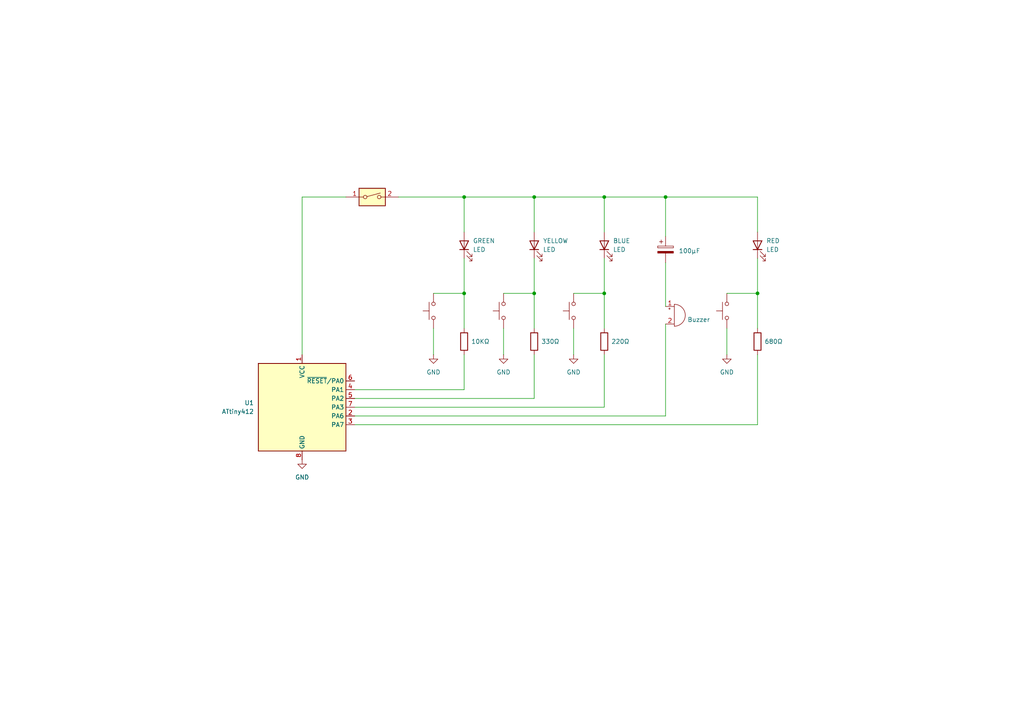
<source format=kicad_sch>
(kicad_sch
	(version 20250114)
	(generator "eeschema")
	(generator_version "9.0")
	(uuid "af2be37f-e8ba-446a-9929-853b9b4c8b13")
	(paper "A4")
	(lib_symbols
		(symbol "Device:Buzzer"
			(pin_names
				(offset 0.0254)
				(hide yes)
			)
			(exclude_from_sim no)
			(in_bom yes)
			(on_board yes)
			(property "Reference" "BZ"
				(at 3.81 1.27 0)
				(effects
					(font
						(size 1.27 1.27)
					)
					(justify left)
				)
			)
			(property "Value" "Buzzer"
				(at 3.81 -1.27 0)
				(effects
					(font
						(size 1.27 1.27)
					)
					(justify left)
				)
			)
			(property "Footprint" ""
				(at -0.635 2.54 90)
				(effects
					(font
						(size 1.27 1.27)
					)
					(hide yes)
				)
			)
			(property "Datasheet" "~"
				(at -0.635 2.54 90)
				(effects
					(font
						(size 1.27 1.27)
					)
					(hide yes)
				)
			)
			(property "Description" "Buzzer, polarized"
				(at 0 0 0)
				(effects
					(font
						(size 1.27 1.27)
					)
					(hide yes)
				)
			)
			(property "ki_keywords" "quartz resonator ceramic"
				(at 0 0 0)
				(effects
					(font
						(size 1.27 1.27)
					)
					(hide yes)
				)
			)
			(property "ki_fp_filters" "*Buzzer*"
				(at 0 0 0)
				(effects
					(font
						(size 1.27 1.27)
					)
					(hide yes)
				)
			)
			(symbol "Buzzer_0_1"
				(polyline
					(pts
						(xy -1.651 1.905) (xy -1.143 1.905)
					)
					(stroke
						(width 0)
						(type default)
					)
					(fill
						(type none)
					)
				)
				(polyline
					(pts
						(xy -1.397 2.159) (xy -1.397 1.651)
					)
					(stroke
						(width 0)
						(type default)
					)
					(fill
						(type none)
					)
				)
				(arc
					(start 0 3.175)
					(mid 3.1612 0)
					(end 0 -3.175)
					(stroke
						(width 0)
						(type default)
					)
					(fill
						(type none)
					)
				)
				(polyline
					(pts
						(xy 0 3.175) (xy 0 -3.175)
					)
					(stroke
						(width 0)
						(type default)
					)
					(fill
						(type none)
					)
				)
			)
			(symbol "Buzzer_1_1"
				(pin passive line
					(at -2.54 2.54 0)
					(length 2.54)
					(name "+"
						(effects
							(font
								(size 1.27 1.27)
							)
						)
					)
					(number "1"
						(effects
							(font
								(size 1.27 1.27)
							)
						)
					)
				)
				(pin passive line
					(at -2.54 -2.54 0)
					(length 2.54)
					(name "-"
						(effects
							(font
								(size 1.27 1.27)
							)
						)
					)
					(number "2"
						(effects
							(font
								(size 1.27 1.27)
							)
						)
					)
				)
			)
			(embedded_fonts no)
		)
		(symbol "Device:C_Polarized"
			(pin_numbers
				(hide yes)
			)
			(pin_names
				(offset 0.254)
			)
			(exclude_from_sim no)
			(in_bom yes)
			(on_board yes)
			(property "Reference" "C"
				(at 0.635 2.54 0)
				(effects
					(font
						(size 1.27 1.27)
					)
					(justify left)
				)
			)
			(property "Value" "C_Polarized"
				(at 0.635 -2.54 0)
				(effects
					(font
						(size 1.27 1.27)
					)
					(justify left)
				)
			)
			(property "Footprint" ""
				(at 0.9652 -3.81 0)
				(effects
					(font
						(size 1.27 1.27)
					)
					(hide yes)
				)
			)
			(property "Datasheet" "~"
				(at 0 0 0)
				(effects
					(font
						(size 1.27 1.27)
					)
					(hide yes)
				)
			)
			(property "Description" "Polarized capacitor"
				(at 0 0 0)
				(effects
					(font
						(size 1.27 1.27)
					)
					(hide yes)
				)
			)
			(property "ki_keywords" "cap capacitor"
				(at 0 0 0)
				(effects
					(font
						(size 1.27 1.27)
					)
					(hide yes)
				)
			)
			(property "ki_fp_filters" "CP_*"
				(at 0 0 0)
				(effects
					(font
						(size 1.27 1.27)
					)
					(hide yes)
				)
			)
			(symbol "C_Polarized_0_1"
				(rectangle
					(start -2.286 0.508)
					(end 2.286 1.016)
					(stroke
						(width 0)
						(type default)
					)
					(fill
						(type none)
					)
				)
				(polyline
					(pts
						(xy -1.778 2.286) (xy -0.762 2.286)
					)
					(stroke
						(width 0)
						(type default)
					)
					(fill
						(type none)
					)
				)
				(polyline
					(pts
						(xy -1.27 2.794) (xy -1.27 1.778)
					)
					(stroke
						(width 0)
						(type default)
					)
					(fill
						(type none)
					)
				)
				(rectangle
					(start 2.286 -0.508)
					(end -2.286 -1.016)
					(stroke
						(width 0)
						(type default)
					)
					(fill
						(type outline)
					)
				)
			)
			(symbol "C_Polarized_1_1"
				(pin passive line
					(at 0 3.81 270)
					(length 2.794)
					(name "~"
						(effects
							(font
								(size 1.27 1.27)
							)
						)
					)
					(number "1"
						(effects
							(font
								(size 1.27 1.27)
							)
						)
					)
				)
				(pin passive line
					(at 0 -3.81 90)
					(length 2.794)
					(name "~"
						(effects
							(font
								(size 1.27 1.27)
							)
						)
					)
					(number "2"
						(effects
							(font
								(size 1.27 1.27)
							)
						)
					)
				)
			)
			(embedded_fonts no)
		)
		(symbol "Device:LED"
			(pin_numbers
				(hide yes)
			)
			(pin_names
				(offset 1.016)
				(hide yes)
			)
			(exclude_from_sim no)
			(in_bom yes)
			(on_board yes)
			(property "Reference" "D"
				(at 0 2.54 0)
				(effects
					(font
						(size 1.27 1.27)
					)
				)
			)
			(property "Value" "LED"
				(at 0 -2.54 0)
				(effects
					(font
						(size 1.27 1.27)
					)
				)
			)
			(property "Footprint" ""
				(at 0 0 0)
				(effects
					(font
						(size 1.27 1.27)
					)
					(hide yes)
				)
			)
			(property "Datasheet" "~"
				(at 0 0 0)
				(effects
					(font
						(size 1.27 1.27)
					)
					(hide yes)
				)
			)
			(property "Description" "Light emitting diode"
				(at 0 0 0)
				(effects
					(font
						(size 1.27 1.27)
					)
					(hide yes)
				)
			)
			(property "Sim.Pins" "1=K 2=A"
				(at 0 0 0)
				(effects
					(font
						(size 1.27 1.27)
					)
					(hide yes)
				)
			)
			(property "ki_keywords" "LED diode"
				(at 0 0 0)
				(effects
					(font
						(size 1.27 1.27)
					)
					(hide yes)
				)
			)
			(property "ki_fp_filters" "LED* LED_SMD:* LED_THT:*"
				(at 0 0 0)
				(effects
					(font
						(size 1.27 1.27)
					)
					(hide yes)
				)
			)
			(symbol "LED_0_1"
				(polyline
					(pts
						(xy -3.048 -0.762) (xy -4.572 -2.286) (xy -3.81 -2.286) (xy -4.572 -2.286) (xy -4.572 -1.524)
					)
					(stroke
						(width 0)
						(type default)
					)
					(fill
						(type none)
					)
				)
				(polyline
					(pts
						(xy -1.778 -0.762) (xy -3.302 -2.286) (xy -2.54 -2.286) (xy -3.302 -2.286) (xy -3.302 -1.524)
					)
					(stroke
						(width 0)
						(type default)
					)
					(fill
						(type none)
					)
				)
				(polyline
					(pts
						(xy -1.27 0) (xy 1.27 0)
					)
					(stroke
						(width 0)
						(type default)
					)
					(fill
						(type none)
					)
				)
				(polyline
					(pts
						(xy -1.27 -1.27) (xy -1.27 1.27)
					)
					(stroke
						(width 0.254)
						(type default)
					)
					(fill
						(type none)
					)
				)
				(polyline
					(pts
						(xy 1.27 -1.27) (xy 1.27 1.27) (xy -1.27 0) (xy 1.27 -1.27)
					)
					(stroke
						(width 0.254)
						(type default)
					)
					(fill
						(type none)
					)
				)
			)
			(symbol "LED_1_1"
				(pin passive line
					(at -3.81 0 0)
					(length 2.54)
					(name "K"
						(effects
							(font
								(size 1.27 1.27)
							)
						)
					)
					(number "1"
						(effects
							(font
								(size 1.27 1.27)
							)
						)
					)
				)
				(pin passive line
					(at 3.81 0 180)
					(length 2.54)
					(name "A"
						(effects
							(font
								(size 1.27 1.27)
							)
						)
					)
					(number "2"
						(effects
							(font
								(size 1.27 1.27)
							)
						)
					)
				)
			)
			(embedded_fonts no)
		)
		(symbol "Device:R"
			(pin_numbers
				(hide yes)
			)
			(pin_names
				(offset 0)
			)
			(exclude_from_sim no)
			(in_bom yes)
			(on_board yes)
			(property "Reference" "R"
				(at 2.032 0 90)
				(effects
					(font
						(size 1.27 1.27)
					)
				)
			)
			(property "Value" "R"
				(at 0 0 90)
				(effects
					(font
						(size 1.27 1.27)
					)
				)
			)
			(property "Footprint" ""
				(at -1.778 0 90)
				(effects
					(font
						(size 1.27 1.27)
					)
					(hide yes)
				)
			)
			(property "Datasheet" "~"
				(at 0 0 0)
				(effects
					(font
						(size 1.27 1.27)
					)
					(hide yes)
				)
			)
			(property "Description" "Resistor"
				(at 0 0 0)
				(effects
					(font
						(size 1.27 1.27)
					)
					(hide yes)
				)
			)
			(property "ki_keywords" "R res resistor"
				(at 0 0 0)
				(effects
					(font
						(size 1.27 1.27)
					)
					(hide yes)
				)
			)
			(property "ki_fp_filters" "R_*"
				(at 0 0 0)
				(effects
					(font
						(size 1.27 1.27)
					)
					(hide yes)
				)
			)
			(symbol "R_0_1"
				(rectangle
					(start -1.016 -2.54)
					(end 1.016 2.54)
					(stroke
						(width 0.254)
						(type default)
					)
					(fill
						(type none)
					)
				)
			)
			(symbol "R_1_1"
				(pin passive line
					(at 0 3.81 270)
					(length 1.27)
					(name "~"
						(effects
							(font
								(size 1.27 1.27)
							)
						)
					)
					(number "1"
						(effects
							(font
								(size 1.27 1.27)
							)
						)
					)
				)
				(pin passive line
					(at 0 -3.81 90)
					(length 1.27)
					(name "~"
						(effects
							(font
								(size 1.27 1.27)
							)
						)
					)
					(number "2"
						(effects
							(font
								(size 1.27 1.27)
							)
						)
					)
				)
			)
			(embedded_fonts no)
		)
		(symbol "MCU_Microchip_ATtiny:ATtiny412-SS"
			(exclude_from_sim no)
			(in_bom yes)
			(on_board yes)
			(property "Reference" "U"
				(at -12.7 13.97 0)
				(effects
					(font
						(size 1.27 1.27)
					)
					(justify left bottom)
				)
			)
			(property "Value" "ATtiny412-SS"
				(at 2.54 -13.97 0)
				(effects
					(font
						(size 1.27 1.27)
					)
					(justify left top)
				)
			)
			(property "Footprint" "Package_SO:SOIC-8_3.9x4.9mm_P1.27mm"
				(at 0 0 0)
				(effects
					(font
						(size 1.27 1.27)
						(italic yes)
					)
					(hide yes)
				)
			)
			(property "Datasheet" "http://ww1.microchip.com/downloads/en/DeviceDoc/40001911A.pdf"
				(at 0 0 0)
				(effects
					(font
						(size 1.27 1.27)
					)
					(hide yes)
				)
			)
			(property "Description" "20MHz, 4kB Flash, 256B SRAM, 128B EEPROM, SOIC-8"
				(at 0 0 0)
				(effects
					(font
						(size 1.27 1.27)
					)
					(hide yes)
				)
			)
			(property "ki_keywords" "AVR 8bit Microcontroller tinyAVR"
				(at 0 0 0)
				(effects
					(font
						(size 1.27 1.27)
					)
					(hide yes)
				)
			)
			(property "ki_fp_filters" "SOIC*3.9x4.9mm*P1.27mm*"
				(at 0 0 0)
				(effects
					(font
						(size 1.27 1.27)
					)
					(hide yes)
				)
			)
			(symbol "ATtiny412-SS_0_1"
				(rectangle
					(start -12.7 -12.7)
					(end 12.7 12.7)
					(stroke
						(width 0.254)
						(type default)
					)
					(fill
						(type background)
					)
				)
			)
			(symbol "ATtiny412-SS_1_1"
				(pin power_in line
					(at 0 15.24 270)
					(length 2.54)
					(name "VCC"
						(effects
							(font
								(size 1.27 1.27)
							)
						)
					)
					(number "1"
						(effects
							(font
								(size 1.27 1.27)
							)
						)
					)
				)
				(pin power_in line
					(at 0 -15.24 90)
					(length 2.54)
					(name "GND"
						(effects
							(font
								(size 1.27 1.27)
							)
						)
					)
					(number "8"
						(effects
							(font
								(size 1.27 1.27)
							)
						)
					)
				)
				(pin bidirectional line
					(at 15.24 7.62 180)
					(length 2.54)
					(name "~{RESET}/PA0"
						(effects
							(font
								(size 1.27 1.27)
							)
						)
					)
					(number "6"
						(effects
							(font
								(size 1.27 1.27)
							)
						)
					)
				)
				(pin bidirectional line
					(at 15.24 5.08 180)
					(length 2.54)
					(name "PA1"
						(effects
							(font
								(size 1.27 1.27)
							)
						)
					)
					(number "4"
						(effects
							(font
								(size 1.27 1.27)
							)
						)
					)
				)
				(pin bidirectional line
					(at 15.24 2.54 180)
					(length 2.54)
					(name "PA2"
						(effects
							(font
								(size 1.27 1.27)
							)
						)
					)
					(number "5"
						(effects
							(font
								(size 1.27 1.27)
							)
						)
					)
				)
				(pin bidirectional line
					(at 15.24 0 180)
					(length 2.54)
					(name "PA3"
						(effects
							(font
								(size 1.27 1.27)
							)
						)
					)
					(number "7"
						(effects
							(font
								(size 1.27 1.27)
							)
						)
					)
				)
				(pin bidirectional line
					(at 15.24 -2.54 180)
					(length 2.54)
					(name "PA6"
						(effects
							(font
								(size 1.27 1.27)
							)
						)
					)
					(number "2"
						(effects
							(font
								(size 1.27 1.27)
							)
						)
					)
				)
				(pin bidirectional line
					(at 15.24 -5.08 180)
					(length 2.54)
					(name "PA7"
						(effects
							(font
								(size 1.27 1.27)
							)
						)
					)
					(number "3"
						(effects
							(font
								(size 1.27 1.27)
							)
						)
					)
				)
			)
			(embedded_fonts no)
		)
		(symbol "Switch:SW_DIP_x01"
			(pin_names
				(offset 0)
				(hide yes)
			)
			(exclude_from_sim no)
			(in_bom yes)
			(on_board yes)
			(property "Reference" "SW"
				(at 0 3.81 0)
				(effects
					(font
						(size 1.27 1.27)
					)
				)
			)
			(property "Value" "SW_DIP_x01"
				(at 0 -3.81 0)
				(effects
					(font
						(size 1.27 1.27)
					)
				)
			)
			(property "Footprint" ""
				(at 0 0 0)
				(effects
					(font
						(size 1.27 1.27)
					)
					(hide yes)
				)
			)
			(property "Datasheet" "~"
				(at 0 0 0)
				(effects
					(font
						(size 1.27 1.27)
					)
					(hide yes)
				)
			)
			(property "Description" "1x DIP Switch, Single Pole Single Throw (SPST) switch, small symbol"
				(at 0 0 0)
				(effects
					(font
						(size 1.27 1.27)
					)
					(hide yes)
				)
			)
			(property "ki_keywords" "dip switch"
				(at 0 0 0)
				(effects
					(font
						(size 1.27 1.27)
					)
					(hide yes)
				)
			)
			(property "ki_fp_filters" "SW?DIP?x1*"
				(at 0 0 0)
				(effects
					(font
						(size 1.27 1.27)
					)
					(hide yes)
				)
			)
			(symbol "SW_DIP_x01_0_0"
				(circle
					(center -2.032 0)
					(radius 0.508)
					(stroke
						(width 0)
						(type default)
					)
					(fill
						(type none)
					)
				)
				(polyline
					(pts
						(xy -1.524 0.127) (xy 2.3622 1.1684)
					)
					(stroke
						(width 0)
						(type default)
					)
					(fill
						(type none)
					)
				)
				(circle
					(center 2.032 0)
					(radius 0.508)
					(stroke
						(width 0)
						(type default)
					)
					(fill
						(type none)
					)
				)
			)
			(symbol "SW_DIP_x01_0_1"
				(rectangle
					(start -3.81 2.54)
					(end 3.81 -2.54)
					(stroke
						(width 0.254)
						(type default)
					)
					(fill
						(type background)
					)
				)
			)
			(symbol "SW_DIP_x01_1_1"
				(pin passive line
					(at -7.62 0 0)
					(length 5.08)
					(name "~"
						(effects
							(font
								(size 1.27 1.27)
							)
						)
					)
					(number "1"
						(effects
							(font
								(size 1.27 1.27)
							)
						)
					)
				)
				(pin passive line
					(at 7.62 0 180)
					(length 5.08)
					(name "~"
						(effects
							(font
								(size 1.27 1.27)
							)
						)
					)
					(number "2"
						(effects
							(font
								(size 1.27 1.27)
							)
						)
					)
				)
			)
			(embedded_fonts no)
		)
		(symbol "Switch:SW_Push"
			(pin_numbers
				(hide yes)
			)
			(pin_names
				(offset 1.016)
				(hide yes)
			)
			(exclude_from_sim no)
			(in_bom yes)
			(on_board yes)
			(property "Reference" "SW"
				(at 1.27 2.54 0)
				(effects
					(font
						(size 1.27 1.27)
					)
					(justify left)
				)
			)
			(property "Value" "SW_Push"
				(at 0 -1.524 0)
				(effects
					(font
						(size 1.27 1.27)
					)
				)
			)
			(property "Footprint" ""
				(at 0 5.08 0)
				(effects
					(font
						(size 1.27 1.27)
					)
					(hide yes)
				)
			)
			(property "Datasheet" "~"
				(at 0 5.08 0)
				(effects
					(font
						(size 1.27 1.27)
					)
					(hide yes)
				)
			)
			(property "Description" "Push button switch, generic, two pins"
				(at 0 0 0)
				(effects
					(font
						(size 1.27 1.27)
					)
					(hide yes)
				)
			)
			(property "ki_keywords" "switch normally-open pushbutton push-button"
				(at 0 0 0)
				(effects
					(font
						(size 1.27 1.27)
					)
					(hide yes)
				)
			)
			(symbol "SW_Push_0_1"
				(circle
					(center -2.032 0)
					(radius 0.508)
					(stroke
						(width 0)
						(type default)
					)
					(fill
						(type none)
					)
				)
				(polyline
					(pts
						(xy 0 1.27) (xy 0 3.048)
					)
					(stroke
						(width 0)
						(type default)
					)
					(fill
						(type none)
					)
				)
				(circle
					(center 2.032 0)
					(radius 0.508)
					(stroke
						(width 0)
						(type default)
					)
					(fill
						(type none)
					)
				)
				(polyline
					(pts
						(xy 2.54 1.27) (xy -2.54 1.27)
					)
					(stroke
						(width 0)
						(type default)
					)
					(fill
						(type none)
					)
				)
				(pin passive line
					(at -5.08 0 0)
					(length 2.54)
					(name "1"
						(effects
							(font
								(size 1.27 1.27)
							)
						)
					)
					(number "1"
						(effects
							(font
								(size 1.27 1.27)
							)
						)
					)
				)
				(pin passive line
					(at 5.08 0 180)
					(length 2.54)
					(name "2"
						(effects
							(font
								(size 1.27 1.27)
							)
						)
					)
					(number "2"
						(effects
							(font
								(size 1.27 1.27)
							)
						)
					)
				)
			)
			(embedded_fonts no)
		)
		(symbol "power:GND"
			(power)
			(pin_numbers
				(hide yes)
			)
			(pin_names
				(offset 0)
				(hide yes)
			)
			(exclude_from_sim no)
			(in_bom yes)
			(on_board yes)
			(property "Reference" "#PWR"
				(at 0 -6.35 0)
				(effects
					(font
						(size 1.27 1.27)
					)
					(hide yes)
				)
			)
			(property "Value" "GND"
				(at 0 -3.81 0)
				(effects
					(font
						(size 1.27 1.27)
					)
				)
			)
			(property "Footprint" ""
				(at 0 0 0)
				(effects
					(font
						(size 1.27 1.27)
					)
					(hide yes)
				)
			)
			(property "Datasheet" ""
				(at 0 0 0)
				(effects
					(font
						(size 1.27 1.27)
					)
					(hide yes)
				)
			)
			(property "Description" "Power symbol creates a global label with name \"GND\" , ground"
				(at 0 0 0)
				(effects
					(font
						(size 1.27 1.27)
					)
					(hide yes)
				)
			)
			(property "ki_keywords" "global power"
				(at 0 0 0)
				(effects
					(font
						(size 1.27 1.27)
					)
					(hide yes)
				)
			)
			(symbol "GND_0_1"
				(polyline
					(pts
						(xy 0 0) (xy 0 -1.27) (xy 1.27 -1.27) (xy 0 -2.54) (xy -1.27 -1.27) (xy 0 -1.27)
					)
					(stroke
						(width 0)
						(type default)
					)
					(fill
						(type none)
					)
				)
			)
			(symbol "GND_1_1"
				(pin power_in line
					(at 0 0 270)
					(length 0)
					(name "~"
						(effects
							(font
								(size 1.27 1.27)
							)
						)
					)
					(number "1"
						(effects
							(font
								(size 1.27 1.27)
							)
						)
					)
				)
			)
			(embedded_fonts no)
		)
	)
	(junction
		(at 154.94 85.09)
		(diameter 0)
		(color 0 0 0 0)
		(uuid "2793d908-d22a-4c22-a623-38cd2f9a776c")
	)
	(junction
		(at 134.62 57.15)
		(diameter 0)
		(color 0 0 0 0)
		(uuid "52631f76-aa6d-43dc-8e5f-81af412e74dd")
	)
	(junction
		(at 175.26 85.09)
		(diameter 0)
		(color 0 0 0 0)
		(uuid "5ff8f03a-551e-404d-996c-8a1ba04c14f0")
	)
	(junction
		(at 154.94 57.15)
		(diameter 0)
		(color 0 0 0 0)
		(uuid "6d6ae5f7-e3be-463d-a148-e661be8a0387")
	)
	(junction
		(at 134.62 85.09)
		(diameter 0)
		(color 0 0 0 0)
		(uuid "7286150a-86de-49fe-8a2c-42c406d7eeda")
	)
	(junction
		(at 219.71 85.09)
		(diameter 0)
		(color 0 0 0 0)
		(uuid "af8cd521-c16c-4613-ba24-b315fe5aebd4")
	)
	(junction
		(at 193.04 57.15)
		(diameter 0)
		(color 0 0 0 0)
		(uuid "e67c5396-e543-40ee-b6fb-2baa07dcee5d")
	)
	(junction
		(at 175.26 57.15)
		(diameter 0)
		(color 0 0 0 0)
		(uuid "f776c22b-4b81-45f7-a4b3-67192cf77007")
	)
	(wire
		(pts
			(xy 166.37 102.87) (xy 166.37 95.25)
		)
		(stroke
			(width 0)
			(type default)
		)
		(uuid "03ee412d-9041-4b62-98f5-587e3fd3fe33")
	)
	(wire
		(pts
			(xy 193.04 120.65) (xy 102.87 120.65)
		)
		(stroke
			(width 0)
			(type default)
		)
		(uuid "08b9219c-7f9f-47f9-bf4a-65020b10a9be")
	)
	(wire
		(pts
			(xy 154.94 74.93) (xy 154.94 85.09)
		)
		(stroke
			(width 0)
			(type default)
		)
		(uuid "0b4db3e7-3536-4e2f-950e-b0631f686b3f")
	)
	(wire
		(pts
			(xy 125.73 85.09) (xy 134.62 85.09)
		)
		(stroke
			(width 0)
			(type default)
		)
		(uuid "12e54c00-f86f-4bc2-81b1-5220a17ea5c8")
	)
	(wire
		(pts
			(xy 146.05 85.09) (xy 154.94 85.09)
		)
		(stroke
			(width 0)
			(type default)
		)
		(uuid "1b97787a-db62-40d9-9397-10d32cd8a543")
	)
	(wire
		(pts
			(xy 166.37 85.09) (xy 175.26 85.09)
		)
		(stroke
			(width 0)
			(type default)
		)
		(uuid "1e525135-f20f-44d5-81e2-38b5dd988414")
	)
	(wire
		(pts
			(xy 134.62 57.15) (xy 134.62 67.31)
		)
		(stroke
			(width 0)
			(type default)
		)
		(uuid "26fb2a48-5d43-41a1-b3c1-b6d276032fa4")
	)
	(wire
		(pts
			(xy 175.26 95.25) (xy 175.26 85.09)
		)
		(stroke
			(width 0)
			(type default)
		)
		(uuid "283ac3a6-a368-4e6f-812f-221c5bf89831")
	)
	(wire
		(pts
			(xy 219.71 102.87) (xy 219.71 123.19)
		)
		(stroke
			(width 0)
			(type default)
		)
		(uuid "413243fb-045f-41f1-bc12-f026f80dedd8")
	)
	(wire
		(pts
			(xy 193.04 57.15) (xy 193.04 68.58)
		)
		(stroke
			(width 0)
			(type default)
		)
		(uuid "434ac9d4-75aa-49a0-ad22-d97c2309bedb")
	)
	(wire
		(pts
			(xy 134.62 102.87) (xy 134.62 113.03)
		)
		(stroke
			(width 0)
			(type default)
		)
		(uuid "43e5bf1d-4f6c-4a30-8fbf-b59aca0769ec")
	)
	(wire
		(pts
			(xy 219.71 95.25) (xy 219.71 85.09)
		)
		(stroke
			(width 0)
			(type default)
		)
		(uuid "4c73ac25-c968-4536-98f5-aff402df9839")
	)
	(wire
		(pts
			(xy 210.82 85.09) (xy 219.71 85.09)
		)
		(stroke
			(width 0)
			(type default)
		)
		(uuid "547a4bff-de7c-4022-abd3-e82b38a06f83")
	)
	(wire
		(pts
			(xy 87.63 102.87) (xy 87.63 57.15)
		)
		(stroke
			(width 0)
			(type default)
		)
		(uuid "56558a0b-0228-44a5-8d22-266f428d6e0e")
	)
	(wire
		(pts
			(xy 175.26 118.11) (xy 102.87 118.11)
		)
		(stroke
			(width 0)
			(type default)
		)
		(uuid "56d7778c-d4d0-4435-a4c2-7d88081ce440")
	)
	(wire
		(pts
			(xy 175.26 74.93) (xy 175.26 85.09)
		)
		(stroke
			(width 0)
			(type default)
		)
		(uuid "57ad039e-bbf4-4f29-9ccf-a6474791f74b")
	)
	(wire
		(pts
			(xy 115.57 57.15) (xy 134.62 57.15)
		)
		(stroke
			(width 0)
			(type default)
		)
		(uuid "5c257def-8c16-44d2-95e6-e7b21e88d56c")
	)
	(wire
		(pts
			(xy 125.73 102.87) (xy 125.73 95.25)
		)
		(stroke
			(width 0)
			(type default)
		)
		(uuid "67fa2062-da21-4169-aa51-d422cc1a2c00")
	)
	(wire
		(pts
			(xy 175.26 102.87) (xy 175.26 118.11)
		)
		(stroke
			(width 0)
			(type default)
		)
		(uuid "693dd381-dcc6-44c8-b7be-986b523b2342")
	)
	(wire
		(pts
			(xy 175.26 57.15) (xy 154.94 57.15)
		)
		(stroke
			(width 0)
			(type default)
		)
		(uuid "791af93a-d349-47e0-a7a9-be40e85b7ac3")
	)
	(wire
		(pts
			(xy 146.05 102.87) (xy 146.05 95.25)
		)
		(stroke
			(width 0)
			(type default)
		)
		(uuid "7bce50f8-ba2b-455b-894f-17ee974cfe45")
	)
	(wire
		(pts
			(xy 210.82 102.87) (xy 210.82 95.25)
		)
		(stroke
			(width 0)
			(type default)
		)
		(uuid "89878a9c-a7fc-48ec-93ea-0d399906db95")
	)
	(wire
		(pts
			(xy 134.62 74.93) (xy 134.62 85.09)
		)
		(stroke
			(width 0)
			(type default)
		)
		(uuid "9981b436-b4c5-4bfc-9f81-3699b667b246")
	)
	(wire
		(pts
			(xy 134.62 113.03) (xy 102.87 113.03)
		)
		(stroke
			(width 0)
			(type default)
		)
		(uuid "9f48efc8-06ce-4f2a-b51d-b276fadfc7f1")
	)
	(wire
		(pts
			(xy 154.94 57.15) (xy 134.62 57.15)
		)
		(stroke
			(width 0)
			(type default)
		)
		(uuid "a4c117e7-69a1-4837-af51-81c80317236d")
	)
	(wire
		(pts
			(xy 134.62 95.25) (xy 134.62 85.09)
		)
		(stroke
			(width 0)
			(type default)
		)
		(uuid "b1f731a9-17d7-4320-a157-8a01dce4d3e3")
	)
	(wire
		(pts
			(xy 219.71 57.15) (xy 193.04 57.15)
		)
		(stroke
			(width 0)
			(type default)
		)
		(uuid "ba1924d4-601f-4320-9c1c-f274e8d5fd16")
	)
	(wire
		(pts
			(xy 102.87 123.19) (xy 219.71 123.19)
		)
		(stroke
			(width 0)
			(type default)
		)
		(uuid "bc086dd1-687f-4c34-896e-be7e30642c3f")
	)
	(wire
		(pts
			(xy 193.04 57.15) (xy 175.26 57.15)
		)
		(stroke
			(width 0)
			(type default)
		)
		(uuid "bc0ebae3-7528-40cc-be7b-ffe7fd6fa464")
	)
	(wire
		(pts
			(xy 219.71 74.93) (xy 219.71 85.09)
		)
		(stroke
			(width 0)
			(type default)
		)
		(uuid "c474ac61-506d-4ebb-acb5-64b83676f5a0")
	)
	(wire
		(pts
			(xy 154.94 115.57) (xy 102.87 115.57)
		)
		(stroke
			(width 0)
			(type default)
		)
		(uuid "d4c99131-26a2-45a6-ab3b-7b3883322d3b")
	)
	(wire
		(pts
			(xy 193.04 76.2) (xy 193.04 88.9)
		)
		(stroke
			(width 0)
			(type default)
		)
		(uuid "dc84eded-b05f-4d93-b721-aa3016bb7c0e")
	)
	(wire
		(pts
			(xy 193.04 93.98) (xy 193.04 120.65)
		)
		(stroke
			(width 0)
			(type default)
		)
		(uuid "deb8e477-ac6f-4370-9fb8-690fcf00c8a4")
	)
	(wire
		(pts
			(xy 154.94 95.25) (xy 154.94 85.09)
		)
		(stroke
			(width 0)
			(type default)
		)
		(uuid "e1708bde-1044-43e9-80c1-694a36dd31ff")
	)
	(wire
		(pts
			(xy 175.26 57.15) (xy 175.26 67.31)
		)
		(stroke
			(width 0)
			(type default)
		)
		(uuid "e25f97da-a422-42f1-9c26-55de88e710ba")
	)
	(wire
		(pts
			(xy 154.94 57.15) (xy 154.94 67.31)
		)
		(stroke
			(width 0)
			(type default)
		)
		(uuid "ec9db620-61b4-4645-baa8-0f79591534ab")
	)
	(wire
		(pts
			(xy 154.94 102.87) (xy 154.94 115.57)
		)
		(stroke
			(width 0)
			(type default)
		)
		(uuid "eedb1c93-6374-49c8-9991-08154a710699")
	)
	(wire
		(pts
			(xy 87.63 57.15) (xy 100.33 57.15)
		)
		(stroke
			(width 0)
			(type default)
		)
		(uuid "fd644f2e-ddbc-40f3-8945-008b6d5eece4")
	)
	(wire
		(pts
			(xy 219.71 57.15) (xy 219.71 67.31)
		)
		(stroke
			(width 0)
			(type default)
		)
		(uuid "ffdce194-23a9-4094-9c8c-60a663828124")
	)
	(symbol
		(lib_id "Device:R")
		(at 134.62 99.06 180)
		(unit 1)
		(exclude_from_sim no)
		(in_bom yes)
		(on_board yes)
		(dnp no)
		(uuid "0acce9a6-95b8-448c-af6b-877101269826")
		(property "Reference" "10KΩ"
			(at 136.652 99.06 0)
			(effects
				(font
					(size 1.27 1.27)
				)
				(justify right)
			)
		)
		(property "Value" "R"
			(at 137.16 100.3299 0)
			(effects
				(font
					(size 1.27 1.27)
				)
				(justify right)
				(hide yes)
			)
		)
		(property "Footprint" ""
			(at 136.398 99.06 90)
			(effects
				(font
					(size 1.27 1.27)
				)
				(hide yes)
			)
		)
		(property "Datasheet" "~"
			(at 134.62 99.06 0)
			(effects
				(font
					(size 1.27 1.27)
				)
				(hide yes)
			)
		)
		(property "Description" "Resistor"
			(at 134.62 99.06 0)
			(effects
				(font
					(size 1.27 1.27)
				)
				(hide yes)
			)
		)
		(pin "2"
			(uuid "5e8ace8f-67f3-4d23-8bd3-a197b2416aad")
		)
		(pin "1"
			(uuid "76de2731-17aa-47d8-b336-8d149a807101")
		)
		(instances
			(project "ATtiny_SIMON"
				(path "/af2be37f-e8ba-446a-9929-853b9b4c8b13"
					(reference "10KΩ")
					(unit 1)
				)
			)
		)
	)
	(symbol
		(lib_id "Switch:SW_Push")
		(at 210.82 90.17 90)
		(unit 1)
		(exclude_from_sim no)
		(in_bom yes)
		(on_board yes)
		(dnp no)
		(uuid "366fa858-17e5-4af3-9ffe-67aa4021e7a0")
		(property "Reference" "SW1"
			(at 209.296 81.026 90)
			(effects
				(font
					(size 1.27 1.27)
				)
				(justify right)
				(hide yes)
			)
		)
		(property "Value" "SW_Push"
			(at 208.28 82.296 90)
			(effects
				(font
					(size 1.27 1.27)
				)
				(justify right)
				(hide yes)
			)
		)
		(property "Footprint" ""
			(at 205.74 90.17 0)
			(effects
				(font
					(size 1.27 1.27)
				)
				(hide yes)
			)
		)
		(property "Datasheet" "~"
			(at 205.74 90.17 0)
			(effects
				(font
					(size 1.27 1.27)
				)
				(hide yes)
			)
		)
		(property "Description" "Push button switch, generic, two pins"
			(at 210.82 90.17 0)
			(effects
				(font
					(size 1.27 1.27)
				)
				(hide yes)
			)
		)
		(pin "1"
			(uuid "21fce7fb-240d-45c9-8362-f9dd12485a1f")
		)
		(pin "2"
			(uuid "023a621c-4c6f-411d-842f-fd620ac317e4")
		)
		(instances
			(project ""
				(path "/af2be37f-e8ba-446a-9929-853b9b4c8b13"
					(reference "SW1")
					(unit 1)
				)
			)
		)
	)
	(symbol
		(lib_id "Device:LED")
		(at 154.94 71.12 90)
		(unit 1)
		(exclude_from_sim no)
		(in_bom yes)
		(on_board yes)
		(dnp no)
		(uuid "3b9a2c2a-ea17-45d1-b8bf-3e2360d31a72")
		(property "Reference" "YELLOW"
			(at 157.48 69.85 90)
			(effects
				(font
					(size 1.27 1.27)
				)
				(justify right)
			)
		)
		(property "Value" "LED"
			(at 157.48 72.39 90)
			(effects
				(font
					(size 1.27 1.27)
				)
				(justify right)
			)
		)
		(property "Footprint" ""
			(at 154.94 71.12 0)
			(effects
				(font
					(size 1.27 1.27)
				)
				(hide yes)
			)
		)
		(property "Datasheet" "~"
			(at 154.94 71.12 0)
			(effects
				(font
					(size 1.27 1.27)
				)
				(hide yes)
			)
		)
		(property "Description" "Light emitting diode"
			(at 154.94 71.12 0)
			(effects
				(font
					(size 1.27 1.27)
				)
				(hide yes)
			)
		)
		(property "Sim.Pins" "1=K 2=A"
			(at 154.94 71.12 0)
			(effects
				(font
					(size 1.27 1.27)
				)
				(hide yes)
			)
		)
		(pin "1"
			(uuid "9e0fe3f6-2c77-4468-9d1c-cabd6ad782f6")
		)
		(pin "2"
			(uuid "00a3e291-6bc1-4491-b56a-35709f4908c2")
		)
		(instances
			(project "ATtiny_SIMON"
				(path "/af2be37f-e8ba-446a-9929-853b9b4c8b13"
					(reference "YELLOW")
					(unit 1)
				)
			)
		)
	)
	(symbol
		(lib_id "Device:R")
		(at 154.94 99.06 180)
		(unit 1)
		(exclude_from_sim no)
		(in_bom yes)
		(on_board yes)
		(dnp no)
		(uuid "3cd1f4e7-a12d-4f25-836d-fef805e8b1ac")
		(property "Reference" "330Ω"
			(at 156.972 99.06 0)
			(effects
				(font
					(size 1.27 1.27)
				)
				(justify right)
			)
		)
		(property "Value" "R"
			(at 157.48 100.3299 0)
			(effects
				(font
					(size 1.27 1.27)
				)
				(justify right)
				(hide yes)
			)
		)
		(property "Footprint" ""
			(at 156.718 99.06 90)
			(effects
				(font
					(size 1.27 1.27)
				)
				(hide yes)
			)
		)
		(property "Datasheet" "~"
			(at 154.94 99.06 0)
			(effects
				(font
					(size 1.27 1.27)
				)
				(hide yes)
			)
		)
		(property "Description" "Resistor"
			(at 154.94 99.06 0)
			(effects
				(font
					(size 1.27 1.27)
				)
				(hide yes)
			)
		)
		(pin "2"
			(uuid "946412ef-cedc-4dde-b5f8-9f6e98cfe9ab")
		)
		(pin "1"
			(uuid "b4dcfc09-519e-4e64-9728-01e7b59a265f")
		)
		(instances
			(project "ATtiny_SIMON"
				(path "/af2be37f-e8ba-446a-9929-853b9b4c8b13"
					(reference "330Ω")
					(unit 1)
				)
			)
		)
	)
	(symbol
		(lib_id "Switch:SW_Push")
		(at 146.05 90.17 90)
		(unit 1)
		(exclude_from_sim no)
		(in_bom yes)
		(on_board yes)
		(dnp no)
		(uuid "3cf4c1db-c7dc-427c-84f3-d827d3100891")
		(property "Reference" "SW3"
			(at 144.526 81.026 90)
			(effects
				(font
					(size 1.27 1.27)
				)
				(justify right)
				(hide yes)
			)
		)
		(property "Value" "SW_Push"
			(at 143.51 82.296 90)
			(effects
				(font
					(size 1.27 1.27)
				)
				(justify right)
				(hide yes)
			)
		)
		(property "Footprint" ""
			(at 140.97 90.17 0)
			(effects
				(font
					(size 1.27 1.27)
				)
				(hide yes)
			)
		)
		(property "Datasheet" "~"
			(at 140.97 90.17 0)
			(effects
				(font
					(size 1.27 1.27)
				)
				(hide yes)
			)
		)
		(property "Description" "Push button switch, generic, two pins"
			(at 146.05 90.17 0)
			(effects
				(font
					(size 1.27 1.27)
				)
				(hide yes)
			)
		)
		(pin "1"
			(uuid "1c93b197-5fe6-4a7d-a0af-ba7e58398dc0")
		)
		(pin "2"
			(uuid "b680f354-eb5b-4ffd-b420-b98b4db3095c")
		)
		(instances
			(project "ATtiny_SIMON"
				(path "/af2be37f-e8ba-446a-9929-853b9b4c8b13"
					(reference "SW3")
					(unit 1)
				)
			)
		)
	)
	(symbol
		(lib_id "Switch:SW_DIP_x01")
		(at 107.95 57.15 0)
		(unit 1)
		(exclude_from_sim no)
		(in_bom yes)
		(on_board yes)
		(dnp no)
		(fields_autoplaced yes)
		(uuid "3df72d57-9376-43b7-9d26-c4c5f33b90e4")
		(property "Reference" "SW7"
			(at 107.95 49.53 0)
			(effects
				(font
					(size 1.27 1.27)
				)
				(hide yes)
			)
		)
		(property "Value" "SW_DIP_x01"
			(at 107.95 52.07 0)
			(effects
				(font
					(size 1.27 1.27)
				)
				(hide yes)
			)
		)
		(property "Footprint" ""
			(at 107.95 57.15 0)
			(effects
				(font
					(size 1.27 1.27)
				)
				(hide yes)
			)
		)
		(property "Datasheet" "~"
			(at 107.95 57.15 0)
			(effects
				(font
					(size 1.27 1.27)
				)
				(hide yes)
			)
		)
		(property "Description" "1x DIP Switch, Single Pole Single Throw (SPST) switch, small symbol"
			(at 107.95 57.15 0)
			(effects
				(font
					(size 1.27 1.27)
				)
				(hide yes)
			)
		)
		(pin "2"
			(uuid "19889819-6ef8-4e21-9513-f7e44c609b98")
		)
		(pin "1"
			(uuid "aa2a2e63-5d98-4cd7-8cd8-bfb51a15875f")
		)
		(instances
			(project ""
				(path "/af2be37f-e8ba-446a-9929-853b9b4c8b13"
					(reference "SW7")
					(unit 1)
				)
			)
		)
	)
	(symbol
		(lib_id "power:GND")
		(at 166.37 102.87 0)
		(unit 1)
		(exclude_from_sim no)
		(in_bom yes)
		(on_board yes)
		(dnp no)
		(fields_autoplaced yes)
		(uuid "4ba405cb-17de-4fc6-b25e-66b09b949a3f")
		(property "Reference" "#PWR04"
			(at 166.37 109.22 0)
			(effects
				(font
					(size 1.27 1.27)
				)
				(hide yes)
			)
		)
		(property "Value" "GND"
			(at 166.37 107.95 0)
			(effects
				(font
					(size 1.27 1.27)
				)
			)
		)
		(property "Footprint" ""
			(at 166.37 102.87 0)
			(effects
				(font
					(size 1.27 1.27)
				)
				(hide yes)
			)
		)
		(property "Datasheet" ""
			(at 166.37 102.87 0)
			(effects
				(font
					(size 1.27 1.27)
				)
				(hide yes)
			)
		)
		(property "Description" "Power symbol creates a global label with name \"GND\" , ground"
			(at 166.37 102.87 0)
			(effects
				(font
					(size 1.27 1.27)
				)
				(hide yes)
			)
		)
		(pin "1"
			(uuid "6ef1c223-c024-4952-98c9-4da72b5852fa")
		)
		(instances
			(project "ATtiny_SIMON"
				(path "/af2be37f-e8ba-446a-9929-853b9b4c8b13"
					(reference "#PWR04")
					(unit 1)
				)
			)
		)
	)
	(symbol
		(lib_id "MCU_Microchip_ATtiny:ATtiny412-SS")
		(at 87.63 118.11 0)
		(unit 1)
		(exclude_from_sim no)
		(in_bom yes)
		(on_board yes)
		(dnp no)
		(fields_autoplaced yes)
		(uuid "4be6ad2d-b459-4219-8273-9f9e213591ec")
		(property "Reference" "U1"
			(at 73.66 116.8399 0)
			(effects
				(font
					(size 1.27 1.27)
				)
				(justify right)
			)
		)
		(property "Value" "ATtiny412"
			(at 73.66 119.3799 0)
			(effects
				(font
					(size 1.27 1.27)
				)
				(justify right)
			)
		)
		(property "Footprint" "Package_SO:SOIC-8_3.9x4.9mm_P1.27mm"
			(at 87.63 118.11 0)
			(effects
				(font
					(size 1.27 1.27)
					(italic yes)
				)
				(hide yes)
			)
		)
		(property "Datasheet" "http://ww1.microchip.com/downloads/en/DeviceDoc/40001911A.pdf"
			(at 87.63 118.11 0)
			(effects
				(font
					(size 1.27 1.27)
				)
				(hide yes)
			)
		)
		(property "Description" "20MHz, 4kB Flash, 256B SRAM, 128B EEPROM, SOIC-8"
			(at 87.63 118.11 0)
			(effects
				(font
					(size 1.27 1.27)
				)
				(hide yes)
			)
		)
		(pin "3"
			(uuid "f8edb73f-7469-4cb6-8407-ef70ce08bf5c")
		)
		(pin "2"
			(uuid "9165ca6c-6ad3-4645-b3a0-26c84f47e92c")
		)
		(pin "6"
			(uuid "80d11843-5c75-4f32-bf97-f7849d112076")
		)
		(pin "5"
			(uuid "fd35b393-9b41-4ee7-bbd3-1c6c1255dfa9")
		)
		(pin "4"
			(uuid "a06ea505-e790-4793-b9a0-6471699f1382")
		)
		(pin "7"
			(uuid "a2dfaae8-0da4-4511-89c6-f84255676462")
		)
		(pin "1"
			(uuid "b6cde87a-fef5-4e2f-b0e8-40618cf125fe")
		)
		(pin "8"
			(uuid "9bd4dec9-e79e-453e-8fe6-06ad4d41f42e")
		)
		(instances
			(project ""
				(path "/af2be37f-e8ba-446a-9929-853b9b4c8b13"
					(reference "U1")
					(unit 1)
				)
			)
		)
	)
	(symbol
		(lib_id "power:GND")
		(at 146.05 102.87 0)
		(unit 1)
		(exclude_from_sim no)
		(in_bom yes)
		(on_board yes)
		(dnp no)
		(fields_autoplaced yes)
		(uuid "5432cfd2-5ace-4e46-8529-d30a281c14e6")
		(property "Reference" "#PWR03"
			(at 146.05 109.22 0)
			(effects
				(font
					(size 1.27 1.27)
				)
				(hide yes)
			)
		)
		(property "Value" "GND"
			(at 146.05 107.95 0)
			(effects
				(font
					(size 1.27 1.27)
				)
			)
		)
		(property "Footprint" ""
			(at 146.05 102.87 0)
			(effects
				(font
					(size 1.27 1.27)
				)
				(hide yes)
			)
		)
		(property "Datasheet" ""
			(at 146.05 102.87 0)
			(effects
				(font
					(size 1.27 1.27)
				)
				(hide yes)
			)
		)
		(property "Description" "Power symbol creates a global label with name \"GND\" , ground"
			(at 146.05 102.87 0)
			(effects
				(font
					(size 1.27 1.27)
				)
				(hide yes)
			)
		)
		(pin "1"
			(uuid "6134df7d-9f91-487a-9c48-fe7671e7fac4")
		)
		(instances
			(project "ATtiny_SIMON"
				(path "/af2be37f-e8ba-446a-9929-853b9b4c8b13"
					(reference "#PWR03")
					(unit 1)
				)
			)
		)
	)
	(symbol
		(lib_id "Device:R")
		(at 175.26 99.06 180)
		(unit 1)
		(exclude_from_sim no)
		(in_bom yes)
		(on_board yes)
		(dnp no)
		(uuid "6f140a07-65a3-4efb-b30f-82c475fb7d96")
		(property "Reference" "220Ω"
			(at 177.292 99.06 0)
			(effects
				(font
					(size 1.27 1.27)
				)
				(justify right)
			)
		)
		(property "Value" "R"
			(at 177.8 100.3299 0)
			(effects
				(font
					(size 1.27 1.27)
				)
				(justify right)
				(hide yes)
			)
		)
		(property "Footprint" ""
			(at 177.038 99.06 90)
			(effects
				(font
					(size 1.27 1.27)
				)
				(hide yes)
			)
		)
		(property "Datasheet" "~"
			(at 175.26 99.06 0)
			(effects
				(font
					(size 1.27 1.27)
				)
				(hide yes)
			)
		)
		(property "Description" "Resistor"
			(at 175.26 99.06 0)
			(effects
				(font
					(size 1.27 1.27)
				)
				(hide yes)
			)
		)
		(pin "2"
			(uuid "e804bdcb-bc8c-48d4-a0bf-da80d638bf8a")
		)
		(pin "1"
			(uuid "9b43bccf-c509-41d2-b46a-74393e1485fb")
		)
		(instances
			(project "ATtiny_SIMON"
				(path "/af2be37f-e8ba-446a-9929-853b9b4c8b13"
					(reference "220Ω")
					(unit 1)
				)
			)
		)
	)
	(symbol
		(lib_id "Switch:SW_Push")
		(at 125.73 90.17 90)
		(unit 1)
		(exclude_from_sim no)
		(in_bom yes)
		(on_board yes)
		(dnp no)
		(uuid "781eac81-006e-44fc-9af6-163acb200975")
		(property "Reference" "SW2"
			(at 124.206 81.026 90)
			(effects
				(font
					(size 1.27 1.27)
				)
				(justify right)
				(hide yes)
			)
		)
		(property "Value" "SW_Push"
			(at 123.19 82.296 90)
			(effects
				(font
					(size 1.27 1.27)
				)
				(justify right)
				(hide yes)
			)
		)
		(property "Footprint" ""
			(at 120.65 90.17 0)
			(effects
				(font
					(size 1.27 1.27)
				)
				(hide yes)
			)
		)
		(property "Datasheet" "~"
			(at 120.65 90.17 0)
			(effects
				(font
					(size 1.27 1.27)
				)
				(hide yes)
			)
		)
		(property "Description" "Push button switch, generic, two pins"
			(at 125.73 90.17 0)
			(effects
				(font
					(size 1.27 1.27)
				)
				(hide yes)
			)
		)
		(pin "1"
			(uuid "57f33033-ca4e-4e80-89aa-271768142a1c")
		)
		(pin "2"
			(uuid "f980866a-1f65-4e44-bee7-00020c725b4f")
		)
		(instances
			(project "ATtiny_SIMON"
				(path "/af2be37f-e8ba-446a-9929-853b9b4c8b13"
					(reference "SW2")
					(unit 1)
				)
			)
		)
	)
	(symbol
		(lib_id "Device:LED")
		(at 219.71 71.12 90)
		(unit 1)
		(exclude_from_sim no)
		(in_bom yes)
		(on_board yes)
		(dnp no)
		(uuid "7dadd2dc-9418-4de2-b91d-98e5b9607742")
		(property "Reference" "RED"
			(at 222.25 69.85 90)
			(effects
				(font
					(size 1.27 1.27)
				)
				(justify right)
			)
		)
		(property "Value" "LED"
			(at 222.25 72.39 90)
			(effects
				(font
					(size 1.27 1.27)
				)
				(justify right)
			)
		)
		(property "Footprint" ""
			(at 219.71 71.12 0)
			(effects
				(font
					(size 1.27 1.27)
				)
				(hide yes)
			)
		)
		(property "Datasheet" "~"
			(at 219.71 71.12 0)
			(effects
				(font
					(size 1.27 1.27)
				)
				(hide yes)
			)
		)
		(property "Description" "Light emitting diode"
			(at 219.71 71.12 0)
			(effects
				(font
					(size 1.27 1.27)
				)
				(hide yes)
			)
		)
		(property "Sim.Pins" "1=K 2=A"
			(at 219.71 71.12 0)
			(effects
				(font
					(size 1.27 1.27)
				)
				(hide yes)
			)
		)
		(pin "1"
			(uuid "2e33d4a9-11c1-44a1-8c5e-341d83805257")
		)
		(pin "2"
			(uuid "50d784da-da29-46b1-96c2-bedbbd61fd29")
		)
		(instances
			(project ""
				(path "/af2be37f-e8ba-446a-9929-853b9b4c8b13"
					(reference "RED")
					(unit 1)
				)
			)
		)
	)
	(symbol
		(lib_id "Device:Buzzer")
		(at 195.58 91.44 0)
		(unit 1)
		(exclude_from_sim no)
		(in_bom yes)
		(on_board yes)
		(dnp no)
		(fields_autoplaced yes)
		(uuid "7f4a4772-ec19-44e2-b493-cfe43ada3ba1")
		(property "Reference" "BZ1"
			(at 199.39 90.1699 0)
			(effects
				(font
					(size 1.27 1.27)
				)
				(justify left)
				(hide yes)
			)
		)
		(property "Value" "Buzzer"
			(at 199.39 92.7099 0)
			(effects
				(font
					(size 1.27 1.27)
				)
				(justify left)
			)
		)
		(property "Footprint" ""
			(at 194.945 88.9 90)
			(effects
				(font
					(size 1.27 1.27)
				)
				(hide yes)
			)
		)
		(property "Datasheet" "~"
			(at 194.945 88.9 90)
			(effects
				(font
					(size 1.27 1.27)
				)
				(hide yes)
			)
		)
		(property "Description" "Buzzer, polarized"
			(at 195.58 91.44 0)
			(effects
				(font
					(size 1.27 1.27)
				)
				(hide yes)
			)
		)
		(pin "1"
			(uuid "d3256cf8-0d9d-4052-bddc-28a00643e8d0")
		)
		(pin "2"
			(uuid "77642996-def9-45e2-8d48-fdc124a01eec")
		)
		(instances
			(project ""
				(path "/af2be37f-e8ba-446a-9929-853b9b4c8b13"
					(reference "BZ1")
					(unit 1)
				)
			)
		)
	)
	(symbol
		(lib_id "Device:LED")
		(at 175.26 71.12 90)
		(unit 1)
		(exclude_from_sim no)
		(in_bom yes)
		(on_board yes)
		(dnp no)
		(uuid "8ad7048c-280b-4a8f-9611-b991c37f2580")
		(property "Reference" "BLUE"
			(at 177.8 69.85 90)
			(effects
				(font
					(size 1.27 1.27)
				)
				(justify right)
			)
		)
		(property "Value" "LED"
			(at 177.8 72.39 90)
			(effects
				(font
					(size 1.27 1.27)
				)
				(justify right)
			)
		)
		(property "Footprint" ""
			(at 175.26 71.12 0)
			(effects
				(font
					(size 1.27 1.27)
				)
				(hide yes)
			)
		)
		(property "Datasheet" "~"
			(at 175.26 71.12 0)
			(effects
				(font
					(size 1.27 1.27)
				)
				(hide yes)
			)
		)
		(property "Description" "Light emitting diode"
			(at 175.26 71.12 0)
			(effects
				(font
					(size 1.27 1.27)
				)
				(hide yes)
			)
		)
		(property "Sim.Pins" "1=K 2=A"
			(at 175.26 71.12 0)
			(effects
				(font
					(size 1.27 1.27)
				)
				(hide yes)
			)
		)
		(pin "1"
			(uuid "52e610aa-21a6-4524-a062-f6f4c9e3387d")
		)
		(pin "2"
			(uuid "a0a18eb5-c810-4171-8a29-638dbe2d47ac")
		)
		(instances
			(project "ATtiny_SIMON"
				(path "/af2be37f-e8ba-446a-9929-853b9b4c8b13"
					(reference "BLUE")
					(unit 1)
				)
			)
		)
	)
	(symbol
		(lib_id "Device:C_Polarized")
		(at 193.04 72.39 0)
		(unit 1)
		(exclude_from_sim no)
		(in_bom yes)
		(on_board yes)
		(dnp no)
		(fields_autoplaced yes)
		(uuid "ac877d77-aa25-4dad-bb81-fa6f57f431af")
		(property "Reference" "C1"
			(at 196.85 70.2309 0)
			(effects
				(font
					(size 1.27 1.27)
				)
				(justify left)
				(hide yes)
			)
		)
		(property "Value" "100μF"
			(at 196.85 72.7709 0)
			(effects
				(font
					(size 1.27 1.27)
				)
				(justify left)
			)
		)
		(property "Footprint" ""
			(at 194.0052 76.2 0)
			(effects
				(font
					(size 1.27 1.27)
				)
				(hide yes)
			)
		)
		(property "Datasheet" "~"
			(at 193.04 72.39 0)
			(effects
				(font
					(size 1.27 1.27)
				)
				(hide yes)
			)
		)
		(property "Description" "Polarized capacitor"
			(at 193.04 72.39 0)
			(effects
				(font
					(size 1.27 1.27)
				)
				(hide yes)
			)
		)
		(pin "1"
			(uuid "15b4e789-2654-444d-b064-d5787ed271ba")
		)
		(pin "2"
			(uuid "1f7fad72-e6bc-4dbb-95ce-9c636c592006")
		)
		(instances
			(project ""
				(path "/af2be37f-e8ba-446a-9929-853b9b4c8b13"
					(reference "C1")
					(unit 1)
				)
			)
		)
	)
	(symbol
		(lib_id "Device:R")
		(at 219.71 99.06 180)
		(unit 1)
		(exclude_from_sim no)
		(in_bom yes)
		(on_board yes)
		(dnp no)
		(uuid "b1617f98-95ea-4db0-b755-559e9d011552")
		(property "Reference" "680Ω"
			(at 221.742 99.06 0)
			(effects
				(font
					(size 1.27 1.27)
				)
				(justify right)
			)
		)
		(property "Value" "R"
			(at 222.25 100.3299 0)
			(effects
				(font
					(size 1.27 1.27)
				)
				(justify right)
				(hide yes)
			)
		)
		(property "Footprint" ""
			(at 221.488 99.06 90)
			(effects
				(font
					(size 1.27 1.27)
				)
				(hide yes)
			)
		)
		(property "Datasheet" "~"
			(at 219.71 99.06 0)
			(effects
				(font
					(size 1.27 1.27)
				)
				(hide yes)
			)
		)
		(property "Description" "Resistor"
			(at 219.71 99.06 0)
			(effects
				(font
					(size 1.27 1.27)
				)
				(hide yes)
			)
		)
		(pin "2"
			(uuid "143b5842-d53f-4537-af4e-ae2997a5a598")
		)
		(pin "1"
			(uuid "fc7b270c-bee4-409f-b95e-bee7770179f3")
		)
		(instances
			(project ""
				(path "/af2be37f-e8ba-446a-9929-853b9b4c8b13"
					(reference "680Ω")
					(unit 1)
				)
			)
		)
	)
	(symbol
		(lib_id "Device:LED")
		(at 134.62 71.12 90)
		(unit 1)
		(exclude_from_sim no)
		(in_bom yes)
		(on_board yes)
		(dnp no)
		(uuid "c5bfdd6a-845c-42dc-b50f-995ecb7cc1bc")
		(property "Reference" "GREEN"
			(at 137.16 69.85 90)
			(effects
				(font
					(size 1.27 1.27)
				)
				(justify right)
			)
		)
		(property "Value" "LED"
			(at 137.16 72.39 90)
			(effects
				(font
					(size 1.27 1.27)
				)
				(justify right)
			)
		)
		(property "Footprint" ""
			(at 134.62 71.12 0)
			(effects
				(font
					(size 1.27 1.27)
				)
				(hide yes)
			)
		)
		(property "Datasheet" "~"
			(at 134.62 71.12 0)
			(effects
				(font
					(size 1.27 1.27)
				)
				(hide yes)
			)
		)
		(property "Description" "Light emitting diode"
			(at 134.62 71.12 0)
			(effects
				(font
					(size 1.27 1.27)
				)
				(hide yes)
			)
		)
		(property "Sim.Pins" "1=K 2=A"
			(at 134.62 71.12 0)
			(effects
				(font
					(size 1.27 1.27)
				)
				(hide yes)
			)
		)
		(pin "1"
			(uuid "13fdc280-0200-4b34-8854-6e6835d904d3")
		)
		(pin "2"
			(uuid "734d1205-01dd-428b-b773-a601b25a6c45")
		)
		(instances
			(project "ATtiny_SIMON"
				(path "/af2be37f-e8ba-446a-9929-853b9b4c8b13"
					(reference "GREEN")
					(unit 1)
				)
			)
		)
	)
	(symbol
		(lib_id "power:GND")
		(at 125.73 102.87 0)
		(unit 1)
		(exclude_from_sim no)
		(in_bom yes)
		(on_board yes)
		(dnp no)
		(fields_autoplaced yes)
		(uuid "c74f2a91-33e8-47b3-b5a4-10128e679daf")
		(property "Reference" "#PWR02"
			(at 125.73 109.22 0)
			(effects
				(font
					(size 1.27 1.27)
				)
				(hide yes)
			)
		)
		(property "Value" "GND"
			(at 125.73 107.95 0)
			(effects
				(font
					(size 1.27 1.27)
				)
			)
		)
		(property "Footprint" ""
			(at 125.73 102.87 0)
			(effects
				(font
					(size 1.27 1.27)
				)
				(hide yes)
			)
		)
		(property "Datasheet" ""
			(at 125.73 102.87 0)
			(effects
				(font
					(size 1.27 1.27)
				)
				(hide yes)
			)
		)
		(property "Description" "Power symbol creates a global label with name \"GND\" , ground"
			(at 125.73 102.87 0)
			(effects
				(font
					(size 1.27 1.27)
				)
				(hide yes)
			)
		)
		(pin "1"
			(uuid "71145f55-b562-4023-88a4-0d9aea6877da")
		)
		(instances
			(project "ATtiny_SIMON"
				(path "/af2be37f-e8ba-446a-9929-853b9b4c8b13"
					(reference "#PWR02")
					(unit 1)
				)
			)
		)
	)
	(symbol
		(lib_id "power:GND")
		(at 87.63 133.35 0)
		(unit 1)
		(exclude_from_sim no)
		(in_bom yes)
		(on_board yes)
		(dnp no)
		(fields_autoplaced yes)
		(uuid "d7579cb1-eeeb-4ccc-b6f2-38bceee3f0a9")
		(property "Reference" "#PWR01"
			(at 87.63 139.7 0)
			(effects
				(font
					(size 1.27 1.27)
				)
				(hide yes)
			)
		)
		(property "Value" "GND"
			(at 87.63 138.43 0)
			(effects
				(font
					(size 1.27 1.27)
				)
			)
		)
		(property "Footprint" ""
			(at 87.63 133.35 0)
			(effects
				(font
					(size 1.27 1.27)
				)
				(hide yes)
			)
		)
		(property "Datasheet" ""
			(at 87.63 133.35 0)
			(effects
				(font
					(size 1.27 1.27)
				)
				(hide yes)
			)
		)
		(property "Description" "Power symbol creates a global label with name \"GND\" , ground"
			(at 87.63 133.35 0)
			(effects
				(font
					(size 1.27 1.27)
				)
				(hide yes)
			)
		)
		(pin "1"
			(uuid "cb15ff0f-9827-4308-b1fe-529cd80a5857")
		)
		(instances
			(project ""
				(path "/af2be37f-e8ba-446a-9929-853b9b4c8b13"
					(reference "#PWR01")
					(unit 1)
				)
			)
		)
	)
	(symbol
		(lib_id "power:GND")
		(at 210.82 102.87 0)
		(unit 1)
		(exclude_from_sim no)
		(in_bom yes)
		(on_board yes)
		(dnp no)
		(fields_autoplaced yes)
		(uuid "dd334457-e393-4d9e-8ecb-4dfd995e5078")
		(property "Reference" "#PWR05"
			(at 210.82 109.22 0)
			(effects
				(font
					(size 1.27 1.27)
				)
				(hide yes)
			)
		)
		(property "Value" "GND"
			(at 210.82 107.95 0)
			(effects
				(font
					(size 1.27 1.27)
				)
			)
		)
		(property "Footprint" ""
			(at 210.82 102.87 0)
			(effects
				(font
					(size 1.27 1.27)
				)
				(hide yes)
			)
		)
		(property "Datasheet" ""
			(at 210.82 102.87 0)
			(effects
				(font
					(size 1.27 1.27)
				)
				(hide yes)
			)
		)
		(property "Description" "Power symbol creates a global label with name \"GND\" , ground"
			(at 210.82 102.87 0)
			(effects
				(font
					(size 1.27 1.27)
				)
				(hide yes)
			)
		)
		(pin "1"
			(uuid "d9276d45-6e1a-4f2f-8cfb-bfc90b77dd42")
		)
		(instances
			(project "ATtiny_SIMON"
				(path "/af2be37f-e8ba-446a-9929-853b9b4c8b13"
					(reference "#PWR05")
					(unit 1)
				)
			)
		)
	)
	(symbol
		(lib_id "Switch:SW_Push")
		(at 166.37 90.17 90)
		(unit 1)
		(exclude_from_sim no)
		(in_bom yes)
		(on_board yes)
		(dnp no)
		(uuid "e2fa4411-3c5c-439b-8513-ee53ae028755")
		(property "Reference" "SW4"
			(at 164.846 81.026 90)
			(effects
				(font
					(size 1.27 1.27)
				)
				(justify right)
				(hide yes)
			)
		)
		(property "Value" "SW_Push"
			(at 163.83 82.296 90)
			(effects
				(font
					(size 1.27 1.27)
				)
				(justify right)
				(hide yes)
			)
		)
		(property "Footprint" ""
			(at 161.29 90.17 0)
			(effects
				(font
					(size 1.27 1.27)
				)
				(hide yes)
			)
		)
		(property "Datasheet" "~"
			(at 161.29 90.17 0)
			(effects
				(font
					(size 1.27 1.27)
				)
				(hide yes)
			)
		)
		(property "Description" "Push button switch, generic, two pins"
			(at 166.37 90.17 0)
			(effects
				(font
					(size 1.27 1.27)
				)
				(hide yes)
			)
		)
		(pin "1"
			(uuid "7ed7b683-0324-420f-ad81-1535d4f465ae")
		)
		(pin "2"
			(uuid "655893b7-25ad-4842-b088-8ca719f0925d")
		)
		(instances
			(project "ATtiny_SIMON"
				(path "/af2be37f-e8ba-446a-9929-853b9b4c8b13"
					(reference "SW4")
					(unit 1)
				)
			)
		)
	)
	(sheet_instances
		(path "/"
			(page "1")
		)
	)
	(embedded_fonts no)
)

</source>
